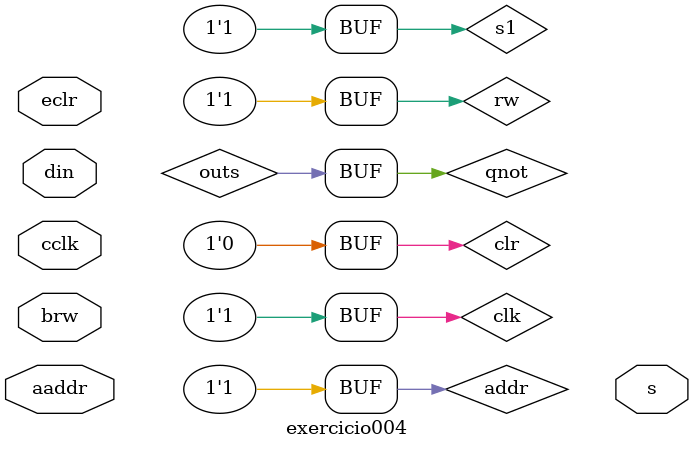
<source format=v>
`include "jkFF.v"

module exercicio004(input aaddr,input brw,input cclk, input din, output s, input eclr);

	reg addr,rw,clk,in01,in02,in03,in04,in05,in06,in07,clr;
	
	wire s1,outs;
	
		and And01(s1,addr,rw,clk);
	
		jkff J01(q,qnot,s1,in00,clk);
		jkff J02(q,qnot,s1,in01,clk);
		jkff J03(q,qnot,s1,in02,clk);
		jkff J04(q,qnot,s1,in03,clk);
		jkff J05(q,qnot,s1,in04,clk);
		jkff J06(q,qnot,s1,in05,clk);
		jkff J07(q,qnot,s1,in06,clk);
		jkff J08(q,qnot,s1,in08,clk);
	
		and And02(outs,qnot,addr);
	
	initial begin 
		$display ( "Guia 10 - Pedro Henrique Hardeman Guedes" );
		$display ( "Matrícula: 397260" ); 
		
		addr = 0; 
		clk = 0; 
		rw = 0;
		clr = 0; 
		
		$monitor( "%4d %4b", $time, outs ); 
		
		#1 clk = 0; addr = 0; rw = 1; 
		#1 clk = 0; addr = 1; rw = 0;
		#1 clk = 0; addr = 1; rw = 1;
		#1 clk = 1; addr = 0; rw = 0;
		#1 clk = 1; addr = 0; rw = 1;
		#1 clk = 1; addr = 1; rw = 0;
		#1 clk = 1; addr = 1; rw = 1;
	
	end 
	
endmodule
	
	
</source>
